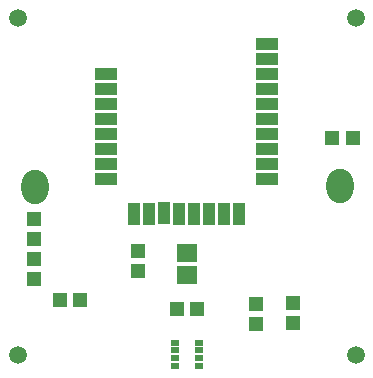
<source format=gbr>
G04 DipTrace 3.2.0.1*
G04 TopMask.gbr*
%MOIN*%
G04 #@! TF.FileFunction,Soldermask,Top*
G04 #@! TF.Part,Single*
%AMOUTLINE4*
4,1,16,
-0.045255,-0.012331,
-0.040831,-0.031568,
-0.028213,-0.047336,
-0.010003,-0.056067,
0.010191,-0.056033,
0.028371,-0.047241,
0.040935,-0.031431,
0.045296,-0.012179,
0.045255,0.012331,
0.040831,0.031568,
0.028213,0.047336,
0.010003,0.056067,
-0.010191,0.056033,
-0.028371,0.047241,
-0.040935,0.031431,
-0.045296,0.012179,
-0.045255,-0.012331,
0*%
%ADD30C,0.059055*%
%ADD36R,0.027559X0.021654*%
%ADD38R,0.03937X0.074803*%
%ADD40R,0.074803X0.03937*%
%ADD42R,0.047244X0.051181*%
%ADD44R,0.066929X0.059055*%
%ADD48R,0.051181X0.047244*%
%ADD54OUTLINE4*%
%FSLAX26Y26*%
G04*
G70*
G90*
G75*
G01*
G04 TopMask*
%LPD*%
D48*
X-423768Y-377710D3*
X-356839D3*
X33465Y-408298D3*
X-33465D3*
D44*
X0Y-221343D3*
Y-296146D3*
D30*
X-562992Y562992D3*
X562992D3*
X-562992Y-562992D3*
X562992D3*
D48*
X486051Y162248D3*
X552980D3*
D42*
X-161831Y-282623D3*
Y-215694D3*
X232581Y-458857D3*
Y-391928D3*
X355110Y-454273D3*
Y-387344D3*
D40*
X-267717Y23622D3*
Y73622D3*
Y123622D3*
Y173622D3*
Y223622D3*
Y273622D3*
Y323622D3*
Y373622D3*
X267717Y23622D3*
Y73622D3*
Y123622D3*
Y173622D3*
Y223622D3*
Y273622D3*
Y323622D3*
Y373622D3*
Y423622D3*
Y473622D3*
D38*
X-25000Y-90551D3*
X25000D3*
X-75000Y-90157D3*
X75000Y-90551D3*
X-125000D3*
X125000D3*
X-175000D3*
X175000D3*
D36*
X-40354Y-546605D3*
Y-572196D3*
X40354D3*
Y-546605D3*
X-40354Y-521014D3*
Y-597786D3*
X40354D3*
Y-521014D3*
D54*
X511240Y852D3*
X-504505Y-850D3*
D42*
X-507864Y-174217D3*
Y-107287D3*
X-507686Y-242175D3*
Y-309104D3*
M02*

</source>
